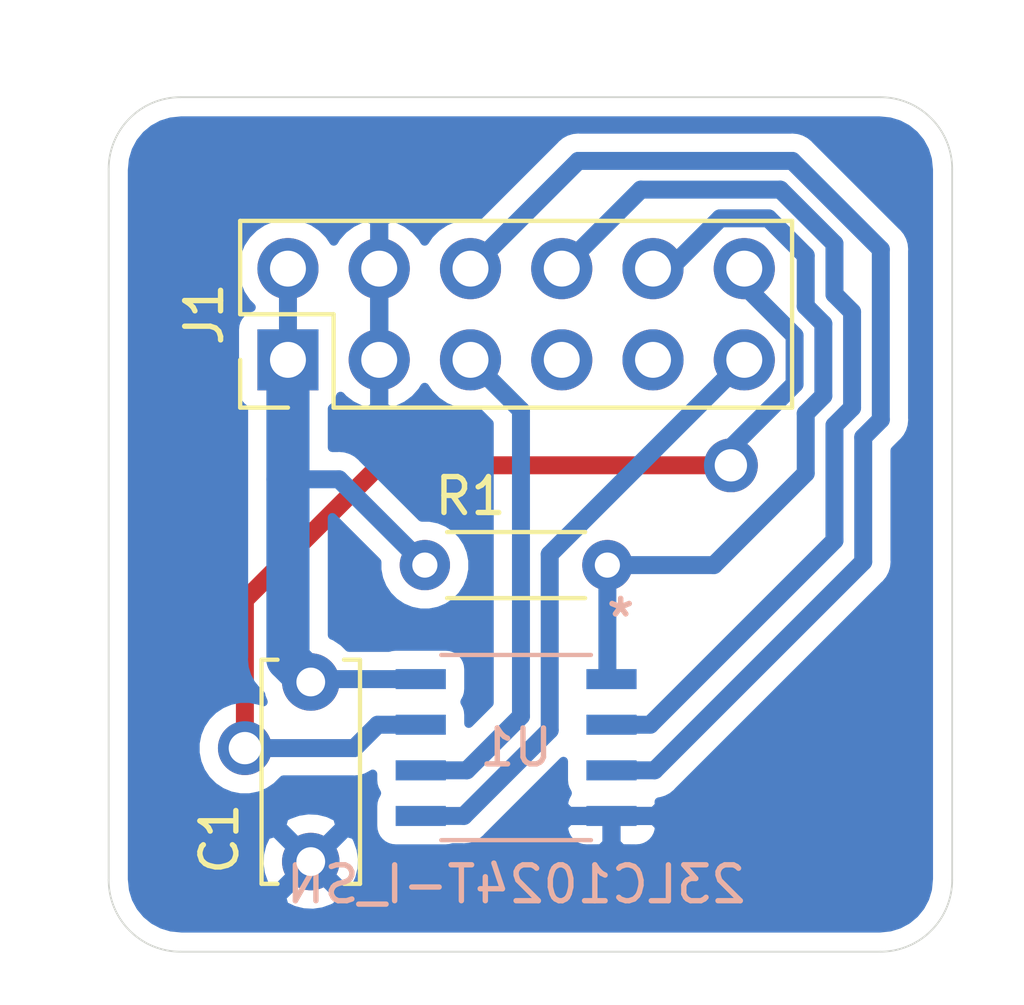
<source format=kicad_pcb>
(kicad_pcb (version 20171130) (host pcbnew "(5.1.8)-1")

  (general
    (thickness 1.6)
    (drawings 8)
    (tracks 61)
    (zones 0)
    (modules 4)
    (nets 11)
  )

  (page A4)
  (layers
    (0 F.Cu signal)
    (31 B.Cu signal)
    (32 B.Adhes user)
    (33 F.Adhes user)
    (34 B.Paste user)
    (35 F.Paste user)
    (36 B.SilkS user)
    (37 F.SilkS user)
    (38 B.Mask user)
    (39 F.Mask user)
    (40 Dwgs.User user)
    (41 Cmts.User user)
    (42 Eco1.User user)
    (43 Eco2.User user)
    (44 Edge.Cuts user)
    (45 Margin user)
    (46 B.CrtYd user)
    (47 F.CrtYd user)
    (48 B.Fab user)
    (49 F.Fab user)
  )

  (setup
    (last_trace_width 0.24)
    (user_trace_width 0.24)
    (user_trace_width 0.5)
    (user_trace_width 1.2)
    (trace_clearance 0.3)
    (zone_clearance 0.508)
    (zone_45_only no)
    (trace_min 0.2)
    (via_size 1.5)
    (via_drill 0.9)
    (via_min_size 0.4)
    (via_min_drill 0.3)
    (uvia_size 0.3)
    (uvia_drill 0.1)
    (uvias_allowed no)
    (uvia_min_size 0.2)
    (uvia_min_drill 0.1)
    (edge_width 0.05)
    (segment_width 0.2)
    (pcb_text_width 0.3)
    (pcb_text_size 1.5 1.5)
    (mod_edge_width 0.12)
    (mod_text_size 1 1)
    (mod_text_width 0.15)
    (pad_size 1.397 0.5588)
    (pad_drill 0)
    (pad_to_mask_clearance 0)
    (aux_axis_origin 42.545 50.4825)
    (visible_elements 7FFFFFFF)
    (pcbplotparams
      (layerselection 0x01000_fffffffe)
      (usegerberextensions false)
      (usegerberattributes true)
      (usegerberadvancedattributes true)
      (creategerberjobfile true)
      (excludeedgelayer true)
      (linewidth 0.100000)
      (plotframeref false)
      (viasonmask false)
      (mode 1)
      (useauxorigin true)
      (hpglpennumber 1)
      (hpglpenspeed 20)
      (hpglpendiameter 15.000000)
      (psnegative false)
      (psa4output false)
      (plotreference true)
      (plotvalue true)
      (plotinvisibletext false)
      (padsonsilk false)
      (subtractmaskfromsilk false)
      (outputformat 1)
      (mirror false)
      (drillshape 0)
      (scaleselection 1)
      (outputdirectory "gerber_files/"))
  )

  (net 0 "")
  (net 1 "Net-(J1-Pad9)")
  (net 2 "Net-(J1-Pad7)")
  (net 3 GND)
  (net 4 +3V3)
  (net 5 /CS)
  (net 6 /SI03)
  (net 7 /SIO0)
  (net 8 /SIO1)
  (net 9 /SIO2)
  (net 10 /SCK)

  (net_class Default "This is the default net class."
    (clearance 0.3)
    (trace_width 0.5)
    (via_dia 1.5)
    (via_drill 0.9)
    (uvia_dia 0.3)
    (uvia_drill 0.1)
    (add_net +3V3)
    (add_net /CS)
    (add_net /SCK)
    (add_net /SI03)
    (add_net /SIO0)
    (add_net /SIO1)
    (add_net /SIO2)
    (add_net GND)
    (add_net "Net-(J1-Pad7)")
    (add_net "Net-(J1-Pad9)")
  )

  (net_class Finoli ""
    (clearance 0.24)
    (trace_width 0.25)
    (via_dia 0.8)
    (via_drill 0.4)
    (uvia_dia 0.3)
    (uvia_drill 0.1)
  )

  (net_class "Power Rails" ""
    (clearance 0.3)
    (trace_width 1.2)
    (via_dia 1.5)
    (via_drill 0.9)
    (uvia_dia 0.3)
    (uvia_drill 0.1)
  )

  (module 2021-10-18_19-38-51:23LC1024T-I-SN (layer B.Cu) (tedit 616EB7BC) (tstamp 616E3397)
    (at 53.84 44.815 180)
    (path /616DD47C)
    (fp_text reference U1 (at 0 0) (layer B.SilkS)
      (effects (font (size 1 1) (thickness 0.15)) (justify mirror))
    )
    (fp_text value 23LC1024T-I_SN (at 0 -3.81) (layer B.SilkS)
      (effects (font (size 1 1) (thickness 0.15)) (justify mirror))
    )
    (fp_line (start -1.9558 1.651) (end -1.9558 2.159) (layer B.Fab) (width 0.1))
    (fp_line (start -1.9558 2.159) (end -2.9972 2.159) (layer B.Fab) (width 0.1))
    (fp_line (start -2.9972 2.159) (end -2.9972 1.651) (layer B.Fab) (width 0.1))
    (fp_line (start -2.9972 1.651) (end -1.9558 1.651) (layer B.Fab) (width 0.1))
    (fp_line (start -1.9558 0.381) (end -1.9558 0.889) (layer B.Fab) (width 0.1))
    (fp_line (start -1.9558 0.889) (end -2.9972 0.889) (layer B.Fab) (width 0.1))
    (fp_line (start -2.9972 0.889) (end -2.9972 0.381) (layer B.Fab) (width 0.1))
    (fp_line (start -2.9972 0.381) (end -1.9558 0.381) (layer B.Fab) (width 0.1))
    (fp_line (start -1.9558 -0.889) (end -1.9558 -0.381) (layer B.Fab) (width 0.1))
    (fp_line (start -1.9558 -0.381) (end -2.9972 -0.381) (layer B.Fab) (width 0.1))
    (fp_line (start -2.9972 -0.381) (end -2.9972 -0.889) (layer B.Fab) (width 0.1))
    (fp_line (start -2.9972 -0.889) (end -1.9558 -0.889) (layer B.Fab) (width 0.1))
    (fp_line (start -1.9558 -2.159) (end -1.9558 -1.651) (layer B.Fab) (width 0.1))
    (fp_line (start -1.9558 -1.651) (end -2.9972 -1.651) (layer B.Fab) (width 0.1))
    (fp_line (start -2.9972 -1.651) (end -2.9972 -2.159) (layer B.Fab) (width 0.1))
    (fp_line (start -2.9972 -2.159) (end -1.9558 -2.159) (layer B.Fab) (width 0.1))
    (fp_line (start 1.9558 -1.651) (end 1.9558 -2.159) (layer B.Fab) (width 0.1))
    (fp_line (start 1.9558 -2.159) (end 2.9972 -2.159) (layer B.Fab) (width 0.1))
    (fp_line (start 2.9972 -2.159) (end 2.9972 -1.651) (layer B.Fab) (width 0.1))
    (fp_line (start 2.9972 -1.651) (end 1.9558 -1.651) (layer B.Fab) (width 0.1))
    (fp_line (start 1.9558 -0.381) (end 1.9558 -0.889) (layer B.Fab) (width 0.1))
    (fp_line (start 1.9558 -0.889) (end 2.9972 -0.889) (layer B.Fab) (width 0.1))
    (fp_line (start 2.9972 -0.889) (end 2.9972 -0.381) (layer B.Fab) (width 0.1))
    (fp_line (start 2.9972 -0.381) (end 1.9558 -0.381) (layer B.Fab) (width 0.1))
    (fp_line (start 1.9558 0.889) (end 1.9558 0.381) (layer B.Fab) (width 0.1))
    (fp_line (start 1.9558 0.381) (end 2.9972 0.381) (layer B.Fab) (width 0.1))
    (fp_line (start 2.9972 0.381) (end 2.9972 0.889) (layer B.Fab) (width 0.1))
    (fp_line (start 2.9972 0.889) (end 1.9558 0.889) (layer B.Fab) (width 0.1))
    (fp_line (start 1.9558 2.159) (end 1.9558 1.651) (layer B.Fab) (width 0.1))
    (fp_line (start 1.9558 1.651) (end 2.9972 1.651) (layer B.Fab) (width 0.1))
    (fp_line (start 2.9972 1.651) (end 2.9972 2.159) (layer B.Fab) (width 0.1))
    (fp_line (start 2.9972 2.159) (end 1.9558 2.159) (layer B.Fab) (width 0.1))
    (fp_line (start -2.0828 -2.5781) (end 2.0828 -2.5781) (layer B.SilkS) (width 0.12))
    (fp_line (start 2.0828 2.5781) (end -2.0828 2.5781) (layer B.SilkS) (width 0.12))
    (fp_line (start -1.9558 -2.4511) (end 1.9558 -2.4511) (layer B.Fab) (width 0.1))
    (fp_line (start 1.9558 -2.4511) (end 1.9558 2.4511) (layer B.Fab) (width 0.1))
    (fp_line (start 1.9558 2.4511) (end -1.9558 2.4511) (layer B.Fab) (width 0.1))
    (fp_line (start -1.9558 2.4511) (end -1.9558 -2.4511) (layer B.Fab) (width 0.1))
    (fp_line (start -3.6068 -2.4384) (end -3.6068 2.4384) (layer B.CrtYd) (width 0.05))
    (fp_line (start -3.6068 2.4384) (end -2.2098 2.4384) (layer B.CrtYd) (width 0.05))
    (fp_line (start -2.2098 2.4384) (end -2.2098 2.7051) (layer B.CrtYd) (width 0.05))
    (fp_line (start -2.2098 2.7051) (end 2.2098 2.7051) (layer B.CrtYd) (width 0.05))
    (fp_line (start 2.2098 2.7051) (end 2.2098 2.4384) (layer B.CrtYd) (width 0.05))
    (fp_line (start 2.2098 2.4384) (end 3.6068 2.4384) (layer B.CrtYd) (width 0.05))
    (fp_line (start 3.6068 2.4384) (end 3.6068 -2.4384) (layer B.CrtYd) (width 0.05))
    (fp_line (start 3.6068 -2.4384) (end 2.2098 -2.4384) (layer B.CrtYd) (width 0.05))
    (fp_line (start 2.2098 -2.4384) (end 2.2098 -2.7051) (layer B.CrtYd) (width 0.05))
    (fp_line (start 2.2098 -2.7051) (end -2.2098 -2.7051) (layer B.CrtYd) (width 0.05))
    (fp_line (start -2.2098 -2.7051) (end -2.2098 -2.4384) (layer B.CrtYd) (width 0.05))
    (fp_line (start -2.2098 -2.4384) (end -3.6068 -2.4384) (layer B.CrtYd) (width 0.05))
    (fp_text user "Copyright 2021 Accelerated Designs. All rights reserved." (at 0 0) (layer Cmts.User)
      (effects (font (size 0.127 0.127) (thickness 0.002)))
    )
    (fp_text user * (at -2.9083 3.6068) (layer B.SilkS)
      (effects (font (size 1 1) (thickness 0.15)) (justify mirror))
    )
    (fp_text user * (at -1.5748 2.3749) (layer B.Fab)
      (effects (font (size 1 1) (thickness 0.15)) (justify mirror))
    )
    (fp_text user * (at -2.9083 3.6068) (layer B.SilkS)
      (effects (font (size 1 1) (thickness 0.15)) (justify mirror))
    )
    (fp_text user * (at -1.5748 2.3749) (layer B.Fab)
      (effects (font (size 1 1) (thickness 0.15)) (justify mirror))
    )
    (fp_arc (start 0 2.4511) (end -0.325967 2.4511) (angle 180) (layer B.CrtYd) (width 0.05))
    (fp_arc (start 0 2.4511) (end -0.3048 2.4511) (angle 180) (layer B.Fab) (width 0.1))
    (pad 1 smd rect (at -2.6543 1.905 180) (size 1.397 0.5588) (layers B.Cu B.Paste B.Mask)
      (net 5 /CS))
    (pad 2 smd rect (at -2.6543 0.635 180) (size 1.397 0.5588) (layers B.Cu B.Paste B.Mask)
      (net 8 /SIO1))
    (pad 3 smd rect (at -2.6543 -0.635 180) (size 1.397 0.5588) (layers B.Cu B.Paste B.Mask)
      (net 9 /SIO2))
    (pad 4 smd rect (at -2.6543 -1.905 180) (size 1.397 0.5588) (layers B.Cu B.Paste B.Mask)
      (net 3 GND))
    (pad 5 smd rect (at 2.6543 -1.905 180) (size 1.397 0.5588) (layers B.Cu B.Paste B.Mask)
      (net 7 /SIO0))
    (pad 6 smd rect (at 2.6543 -0.635 180) (size 1.397 0.5588) (layers B.Cu B.Paste B.Mask)
      (net 10 /SCK))
    (pad 7 smd rect (at 2.6543 0.635 180) (size 1.397 0.5588) (layers B.Cu B.Paste B.Mask)
      (net 6 /SI03))
    (pad 8 smd rect (at 2.6543 1.905 180) (size 1.397 0.5588) (layers B.Cu B.Paste B.Mask)
      (net 4 +3V3))
    (model ${KIPRJMOD}/Microchip_-_23LC1024T-I-SN.step
      (at (xyz 0 0 0))
      (scale (xyz 1 1 1))
      (rotate (xyz 0 0 0))
    )
  )

  (module Resistor_THT:R_Axial_DIN0204_L3.6mm_D1.6mm_P5.08mm_Horizontal (layer F.Cu) (tedit 5AE5139B) (tstamp 616E47F8)
    (at 51.3 39.735)
    (descr "Resistor, Axial_DIN0204 series, Axial, Horizontal, pin pitch=5.08mm, 0.167W, length*diameter=3.6*1.6mm^2, http://cdn-reichelt.de/documents/datenblatt/B400/1_4W%23YAG.pdf")
    (tags "Resistor Axial_DIN0204 series Axial Horizontal pin pitch 5.08mm 0.167W length 3.6mm diameter 1.6mm")
    (path /616F7416)
    (fp_text reference R1 (at 1.27 -1.92) (layer F.SilkS)
      (effects (font (size 1 1) (thickness 0.15)))
    )
    (fp_text value 1K (at 1.27 1.92) (layer F.Fab)
      (effects (font (size 1 1) (thickness 0.15)))
    )
    (fp_line (start 0.74 -0.8) (end 0.74 0.8) (layer F.Fab) (width 0.1))
    (fp_line (start 0.74 0.8) (end 4.34 0.8) (layer F.Fab) (width 0.1))
    (fp_line (start 4.34 0.8) (end 4.34 -0.8) (layer F.Fab) (width 0.1))
    (fp_line (start 4.34 -0.8) (end 0.74 -0.8) (layer F.Fab) (width 0.1))
    (fp_line (start 0 0) (end 0.74 0) (layer F.Fab) (width 0.1))
    (fp_line (start 5.08 0) (end 4.34 0) (layer F.Fab) (width 0.1))
    (fp_line (start 0.62 -0.92) (end 4.46 -0.92) (layer F.SilkS) (width 0.12))
    (fp_line (start 0.62 0.92) (end 4.46 0.92) (layer F.SilkS) (width 0.12))
    (fp_line (start -0.95 -1.05) (end -0.95 1.05) (layer F.CrtYd) (width 0.05))
    (fp_line (start -0.95 1.05) (end 6.03 1.05) (layer F.CrtYd) (width 0.05))
    (fp_line (start 6.03 1.05) (end 6.03 -1.05) (layer F.CrtYd) (width 0.05))
    (fp_line (start 6.03 -1.05) (end -0.95 -1.05) (layer F.CrtYd) (width 0.05))
    (fp_text user %R (at 1.27 -1.92) (layer F.Fab)
      (effects (font (size 1 1) (thickness 0.15)))
    )
    (pad 2 thru_hole oval (at 5.08 0) (size 1.4 1.4) (drill 0.7) (layers *.Cu *.Mask)
      (net 5 /CS))
    (pad 1 thru_hole circle (at 0 0) (size 1.4 1.4) (drill 0.7) (layers *.Cu *.Mask)
      (net 4 +3V3))
    (model ${KISYS3DMOD}/Resistor_THT.3dshapes/R_Axial_DIN0204_L3.6mm_D1.6mm_P5.08mm_Horizontal.wrl
      (at (xyz 0 0 0))
      (scale (xyz 1 1 1))
      (rotate (xyz 0 0 0))
    )
  )

  (module Capacitor_THT:C_Disc_D6.0mm_W2.5mm_P5.00mm (layer F.Cu) (tedit 5AE50EF0) (tstamp 616E4CE0)
    (at 48.125 47.99 90)
    (descr "C, Disc series, Radial, pin pitch=5.00mm, , diameter*width=6*2.5mm^2, Capacitor, http://cdn-reichelt.de/documents/datenblatt/B300/DS_KERKO_TC.pdf")
    (tags "C Disc series Radial pin pitch 5.00mm  diameter 6mm width 2.5mm Capacitor")
    (path /616F90FE)
    (fp_text reference C1 (at 0.635 -2.54 90) (layer F.SilkS)
      (effects (font (size 1 1) (thickness 0.15)))
    )
    (fp_text value 0.1uF (at 2.5 2.5 90) (layer F.Fab)
      (effects (font (size 1 1) (thickness 0.15)))
    )
    (fp_line (start 6.05 -1.5) (end -1.05 -1.5) (layer F.CrtYd) (width 0.05))
    (fp_line (start 6.05 1.5) (end 6.05 -1.5) (layer F.CrtYd) (width 0.05))
    (fp_line (start -1.05 1.5) (end 6.05 1.5) (layer F.CrtYd) (width 0.05))
    (fp_line (start -1.05 -1.5) (end -1.05 1.5) (layer F.CrtYd) (width 0.05))
    (fp_line (start 5.62 0.925) (end 5.62 1.37) (layer F.SilkS) (width 0.12))
    (fp_line (start 5.62 -1.37) (end 5.62 -0.925) (layer F.SilkS) (width 0.12))
    (fp_line (start -0.62 0.925) (end -0.62 1.37) (layer F.SilkS) (width 0.12))
    (fp_line (start -0.62 -1.37) (end -0.62 -0.925) (layer F.SilkS) (width 0.12))
    (fp_line (start -0.62 1.37) (end 5.62 1.37) (layer F.SilkS) (width 0.12))
    (fp_line (start -0.62 -1.37) (end 5.62 -1.37) (layer F.SilkS) (width 0.12))
    (fp_line (start 5.5 -1.25) (end -0.5 -1.25) (layer F.Fab) (width 0.1))
    (fp_line (start 5.5 1.25) (end 5.5 -1.25) (layer F.Fab) (width 0.1))
    (fp_line (start -0.5 1.25) (end 5.5 1.25) (layer F.Fab) (width 0.1))
    (fp_line (start -0.5 -1.25) (end -0.5 1.25) (layer F.Fab) (width 0.1))
    (fp_text user %R (at 2.5 0 270) (layer F.Fab)
      (effects (font (size 1 1) (thickness 0.15)))
    )
    (pad 2 thru_hole circle (at 5 0 90) (size 1.6 1.6) (drill 0.8) (layers *.Cu *.Mask)
      (net 4 +3V3))
    (pad 1 thru_hole circle (at 0 0 90) (size 1.6 1.6) (drill 0.8) (layers *.Cu *.Mask)
      (net 3 GND))
    (model ${KISYS3DMOD}/Capacitor_THT.3dshapes/C_Disc_D6.0mm_W2.5mm_P5.00mm.wrl
      (at (xyz 0 0 0))
      (scale (xyz 1 1 1))
      (rotate (xyz 0 0 0))
    )
  )

  (module Connector_PinHeader_2.54mm:PinHeader_2x06_P2.54mm_Vertical (layer F.Cu) (tedit 59FED5CC) (tstamp 616E3E18)
    (at 47.49 34.02 90)
    (descr "Through hole straight pin header, 2x06, 2.54mm pitch, double rows")
    (tags "Through hole pin header THT 2x06 2.54mm double row")
    (path /616EA437)
    (fp_text reference J1 (at 1.27 -2.33 90) (layer F.SilkS)
      (effects (font (size 1 1) (thickness 0.15)))
    )
    (fp_text value Conn_02x06_Odd_Even (at 6.35 6.35 180) (layer F.Fab)
      (effects (font (size 1 1) (thickness 0.15)))
    )
    (fp_line (start 4.35 -1.8) (end -1.8 -1.8) (layer F.CrtYd) (width 0.05))
    (fp_line (start 4.35 14.5) (end 4.35 -1.8) (layer F.CrtYd) (width 0.05))
    (fp_line (start -1.8 14.5) (end 4.35 14.5) (layer F.CrtYd) (width 0.05))
    (fp_line (start -1.8 -1.8) (end -1.8 14.5) (layer F.CrtYd) (width 0.05))
    (fp_line (start -1.33 -1.33) (end 0 -1.33) (layer F.SilkS) (width 0.12))
    (fp_line (start -1.33 0) (end -1.33 -1.33) (layer F.SilkS) (width 0.12))
    (fp_line (start 1.27 -1.33) (end 3.87 -1.33) (layer F.SilkS) (width 0.12))
    (fp_line (start 1.27 1.27) (end 1.27 -1.33) (layer F.SilkS) (width 0.12))
    (fp_line (start -1.33 1.27) (end 1.27 1.27) (layer F.SilkS) (width 0.12))
    (fp_line (start 3.87 -1.33) (end 3.87 14.03) (layer F.SilkS) (width 0.12))
    (fp_line (start -1.33 1.27) (end -1.33 14.03) (layer F.SilkS) (width 0.12))
    (fp_line (start -1.33 14.03) (end 3.87 14.03) (layer F.SilkS) (width 0.12))
    (fp_line (start -1.27 0) (end 0 -1.27) (layer F.Fab) (width 0.1))
    (fp_line (start -1.27 13.97) (end -1.27 0) (layer F.Fab) (width 0.1))
    (fp_line (start 3.81 13.97) (end -1.27 13.97) (layer F.Fab) (width 0.1))
    (fp_line (start 3.81 -1.27) (end 3.81 13.97) (layer F.Fab) (width 0.1))
    (fp_line (start 0 -1.27) (end 3.81 -1.27) (layer F.Fab) (width 0.1))
    (fp_text user %R (at 1.27 6.35) (layer F.Fab)
      (effects (font (size 1 1) (thickness 0.15)))
    )
    (pad 12 thru_hole oval (at 2.54 12.7 90) (size 1.7 1.7) (drill 1) (layers *.Cu *.Mask)
      (net 6 /SI03))
    (pad 11 thru_hole oval (at 0 12.7 90) (size 1.7 1.7) (drill 1) (layers *.Cu *.Mask)
      (net 7 /SIO0))
    (pad 10 thru_hole oval (at 2.54 10.16 90) (size 1.7 1.7) (drill 1) (layers *.Cu *.Mask)
      (net 5 /CS))
    (pad 9 thru_hole oval (at 0 10.16 90) (size 1.7 1.7) (drill 1) (layers *.Cu *.Mask)
      (net 1 "Net-(J1-Pad9)"))
    (pad 8 thru_hole oval (at 2.54 7.62 90) (size 1.7 1.7) (drill 1) (layers *.Cu *.Mask)
      (net 8 /SIO1))
    (pad 7 thru_hole oval (at 0 7.62 90) (size 1.7 1.7) (drill 1) (layers *.Cu *.Mask)
      (net 2 "Net-(J1-Pad7)"))
    (pad 6 thru_hole oval (at 2.54 5.08 90) (size 1.7 1.7) (drill 1) (layers *.Cu *.Mask)
      (net 9 /SIO2))
    (pad 5 thru_hole oval (at 0 5.08 90) (size 1.7 1.7) (drill 1) (layers *.Cu *.Mask)
      (net 10 /SCK))
    (pad 4 thru_hole oval (at 2.54 2.54 90) (size 1.7 1.7) (drill 1) (layers *.Cu *.Mask)
      (net 3 GND))
    (pad 3 thru_hole oval (at 0 2.54 90) (size 1.7 1.7) (drill 1) (layers *.Cu *.Mask)
      (net 3 GND))
    (pad 2 thru_hole oval (at 2.54 0 90) (size 1.7 1.7) (drill 1) (layers *.Cu *.Mask)
      (net 4 +3V3))
    (pad 1 thru_hole rect (at 0 0 90) (size 1.7 1.7) (drill 1) (layers *.Cu *.Mask)
      (net 4 +3V3))
    (model ${KISYS3DMOD}/Connector_PinHeader_2.54mm.3dshapes/PinHeader_2x06_P2.54mm_Vertical.wrl
      (at (xyz 0 0 0))
      (scale (xyz 1 1 1))
      (rotate (xyz 0 0 0))
    )
  )

  (gr_line (start 42.5 48.5) (end 42.5 28.7065) (layer Edge.Cuts) (width 0.05) (tstamp 616E6A28))
  (gr_line (start 63.976 50.5) (end 44.5 50.5) (layer Edge.Cuts) (width 0.05) (tstamp 616F406B))
  (gr_line (start 65.976 48.5) (end 65.976 28.7065) (layer Edge.Cuts) (width 0.05) (tstamp 616F4074))
  (gr_line (start 44.5 26.7065) (end 63.976 26.7065) (layer Edge.Cuts) (width 0.05) (tstamp 616F4077))
  (gr_arc (start 44.5 48.5) (end 42.5 48.5) (angle -90) (layer Edge.Cuts) (width 0.05))
  (gr_arc (start 63.976 48.5) (end 63.976 50.5) (angle -90) (layer Edge.Cuts) (width 0.05) (tstamp 616F406E))
  (gr_arc (start 63.976 28.7065) (end 65.976 28.7065) (angle -90) (layer Edge.Cuts) (width 0.05) (tstamp 616F4071))
  (gr_arc (start 44.5 28.7065) (end 44.5 26.7065) (angle -90) (layer Edge.Cuts) (width 0.05))

  (segment (start 50.03 34.02) (end 50.03 31.48) (width 0.5) (layer B.Cu) (net 3))
  (segment (start 47.49 42.355) (end 48.125 42.99) (width 1.2) (layer B.Cu) (net 4))
  (segment (start 48.911 37.346) (end 51.3 39.735) (width 0.5) (layer B.Cu) (net 4))
  (segment (start 47.49 37.346) (end 48.911 37.346) (width 0.5) (layer B.Cu) (net 4))
  (segment (start 47.49 34.02) (end 47.49 37.346) (width 1.2) (layer B.Cu) (net 4))
  (segment (start 47.49 37.346) (end 47.49 42.355) (width 1.2) (layer B.Cu) (net 4))
  (segment (start 48.205 42.91) (end 48.125 42.99) (width 0.5) (layer B.Cu) (net 4))
  (segment (start 51.1857 42.91) (end 48.205 42.91) (width 0.5) (layer B.Cu) (net 4))
  (segment (start 47.49 34.02) (end 47.49 31.48) (width 0.5) (layer B.Cu) (net 4))
  (segment (start 56.38 42.7957) (end 56.4943 42.91) (width 0.5) (layer B.Cu) (net 5))
  (segment (start 56.38 39.735) (end 56.38 42.7957) (width 0.5) (layer B.Cu) (net 5))
  (segment (start 60.862001 30.079999) (end 59.517999 30.079999) (width 0.5) (layer B.Cu) (net 5))
  (segment (start 59.517999 30.079999) (end 58.117998 31.48) (width 0.5) (layer B.Cu) (net 5))
  (segment (start 62.390009 33.016621) (end 61.899978 32.52659) (width 0.5) (layer B.Cu) (net 5))
  (segment (start 58.117998 31.48) (end 57.65 31.48) (width 0.5) (layer B.Cu) (net 5))
  (segment (start 61.899978 31.117976) (end 60.862001 30.079999) (width 0.5) (layer B.Cu) (net 5))
  (segment (start 61.899978 32.52659) (end 61.899978 31.117976) (width 0.5) (layer B.Cu) (net 5))
  (segment (start 62.390009 35.023379) (end 62.390009 33.016621) (width 0.5) (layer B.Cu) (net 5))
  (segment (start 61.899978 35.51341) (end 62.390009 35.023379) (width 0.5) (layer B.Cu) (net 5))
  (segment (start 61.899978 37.179024) (end 61.899978 35.51341) (width 0.5) (layer B.Cu) (net 5))
  (segment (start 59.344002 39.735) (end 61.899978 37.179024) (width 0.5) (layer B.Cu) (net 5))
  (segment (start 56.38 39.735) (end 59.344002 39.735) (width 0.5) (layer B.Cu) (net 5))
  (via (at 46.2915 44.831) (size 1.5) (drill 0.9) (layers F.Cu B.Cu) (net 6))
  (segment (start 51.1857 44.18) (end 49.9872 44.18) (width 0.5) (layer B.Cu) (net 6))
  (segment (start 49.9872 44.18) (end 49.3362 44.831) (width 0.5) (layer B.Cu) (net 6))
  (segment (start 49.3362 44.831) (end 46.2915 44.831) (width 0.5) (layer B.Cu) (net 6))
  (via (at 59.817004 36.957) (size 1.5) (drill 0.9) (layers F.Cu B.Cu) (net 6))
  (segment (start 46.2915 44.831) (end 46.2915 40.7035) (width 0.5) (layer F.Cu) (net 6))
  (segment (start 46.2915 40.7035) (end 50.038 36.957) (width 0.5) (layer F.Cu) (net 6))
  (segment (start 50.038 36.957) (end 59.817004 36.957) (width 0.5) (layer F.Cu) (net 6))
  (segment (start 60.19 31.48) (end 60.19 31.947998) (width 0.5) (layer B.Cu) (net 6))
  (segment (start 59.817004 36.464998) (end 59.817004 36.957) (width 0.5) (layer B.Cu) (net 6))
  (segment (start 61.590001 34.692001) (end 59.817004 36.464998) (width 0.5) (layer B.Cu) (net 6))
  (segment (start 60.19 31.947998) (end 61.590001 33.347999) (width 0.5) (layer B.Cu) (net 6))
  (segment (start 61.590001 33.347999) (end 61.590001 34.692001) (width 0.5) (layer B.Cu) (net 6))
  (segment (start 51.1857 46.72) (end 52.3842 46.72) (width 0.5) (layer B.Cu) (net 7))
  (segment (start 52.3842 46.72) (end 54.775011 44.329189) (width 0.5) (layer B.Cu) (net 7))
  (segment (start 54.775011 44.329189) (end 54.775011 39.434989) (width 0.5) (layer B.Cu) (net 7))
  (segment (start 54.775011 39.434989) (end 60.19 34.02) (width 0.5) (layer B.Cu) (net 7))
  (segment (start 57.310012 29.279988) (end 55.11 31.48) (width 0.5) (layer B.Cu) (net 8))
  (segment (start 61.193376 29.279988) (end 57.310012 29.279988) (width 0.5) (layer B.Cu) (net 8))
  (segment (start 62.699988 30.7866) (end 61.193376 29.279988) (width 0.5) (layer B.Cu) (net 8))
  (segment (start 62.699989 35.844785) (end 63.19002 35.354754) (width 0.5) (layer B.Cu) (net 8))
  (segment (start 62.699989 32.195215) (end 62.699988 30.7866) (width 0.5) (layer B.Cu) (net 8))
  (segment (start 57.571414 44.18) (end 62.699989 39.051425) (width 0.5) (layer B.Cu) (net 8))
  (segment (start 63.190019 32.685245) (end 62.699989 32.195215) (width 0.5) (layer B.Cu) (net 8))
  (segment (start 56.4943 44.18) (end 57.571414 44.18) (width 0.5) (layer B.Cu) (net 8))
  (segment (start 62.699989 39.051425) (end 62.699989 35.844785) (width 0.5) (layer B.Cu) (net 8))
  (segment (start 63.19002 35.354754) (end 63.190019 32.685245) (width 0.5) (layer B.Cu) (net 8))
  (segment (start 61.524751 28.479977) (end 55.570023 28.479977) (width 0.5) (layer B.Cu) (net 9))
  (segment (start 63.990033 35.686125) (end 63.990033 30.945259) (width 0.5) (layer B.Cu) (net 9))
  (segment (start 63.5 36.17616) (end 63.990033 35.686125) (width 0.5) (layer B.Cu) (net 9))
  (segment (start 56.4943 45.45) (end 57.6928 45.45) (width 0.5) (layer B.Cu) (net 9))
  (segment (start 63.990033 30.945259) (end 61.524751 28.479977) (width 0.5) (layer B.Cu) (net 9))
  (segment (start 63.5 39.6428) (end 63.5 36.17616) (width 0.5) (layer B.Cu) (net 9))
  (segment (start 57.6928 45.45) (end 63.5 39.6428) (width 0.5) (layer B.Cu) (net 9))
  (segment (start 55.570023 28.479977) (end 52.57 31.48) (width 0.5) (layer B.Cu) (net 9))
  (segment (start 52.466801 45.45) (end 51.1857 45.45) (width 0.5) (layer B.Cu) (net 10))
  (segment (start 53.975 43.941801) (end 52.466801 45.45) (width 0.5) (layer B.Cu) (net 10))
  (segment (start 53.975 35.425) (end 53.975 43.941801) (width 0.5) (layer B.Cu) (net 10))
  (segment (start 52.57 34.02) (end 53.975 35.425) (width 0.5) (layer B.Cu) (net 10))

  (zone (net 3) (net_name GND) (layer B.Cu) (tstamp 616F446A) (hatch edge 0.508)
    (connect_pads (clearance 0.508))
    (min_thickness 0.254)
    (fill yes (arc_segments 32) (thermal_gap 0.508) (thermal_bridge_width 0.508))
    (polygon
      (pts
        (xy 67.976 52) (xy 39.476 52) (xy 39.476 24) (xy 67.976 24)
      )
    )
    (filled_polygon
      (pts
        (xy 64.235659 27.395125) (xy 64.485429 27.470535) (xy 64.715792 27.593022) (xy 64.91798 27.757922) (xy 65.084286 27.95895)
        (xy 65.208378 28.188454) (xy 65.285531 28.437695) (xy 65.316001 28.727598) (xy 65.316 48.467721) (xy 65.287375 48.75966)
        (xy 65.211965 49.009429) (xy 65.089477 49.239794) (xy 64.924579 49.441979) (xy 64.723546 49.608288) (xy 64.494046 49.732378)
        (xy 64.244805 49.809531) (xy 63.954911 49.84) (xy 44.532279 49.84) (xy 44.24034 49.811375) (xy 43.990571 49.735965)
        (xy 43.760206 49.613477) (xy 43.558021 49.448579) (xy 43.391712 49.247546) (xy 43.267622 49.018046) (xy 43.256682 48.982702)
        (xy 47.311903 48.982702) (xy 47.383486 49.226671) (xy 47.638996 49.347571) (xy 47.913184 49.4163) (xy 48.195512 49.430217)
        (xy 48.47513 49.388787) (xy 48.741292 49.293603) (xy 48.866514 49.226671) (xy 48.938097 48.982702) (xy 48.125 48.169605)
        (xy 47.311903 48.982702) (xy 43.256682 48.982702) (xy 43.190469 48.768805) (xy 43.16 48.478911) (xy 43.16 48.060512)
        (xy 46.684783 48.060512) (xy 46.726213 48.34013) (xy 46.821397 48.606292) (xy 46.888329 48.731514) (xy 47.132298 48.803097)
        (xy 47.945395 47.99) (xy 48.304605 47.99) (xy 49.117702 48.803097) (xy 49.361671 48.731514) (xy 49.482571 48.476004)
        (xy 49.5513 48.201816) (xy 49.565217 47.919488) (xy 49.523787 47.63987) (xy 49.428603 47.373708) (xy 49.361671 47.248486)
        (xy 49.117702 47.176903) (xy 48.304605 47.99) (xy 47.945395 47.99) (xy 47.132298 47.176903) (xy 46.888329 47.248486)
        (xy 46.767429 47.503996) (xy 46.6987 47.778184) (xy 46.684783 48.060512) (xy 43.16 48.060512) (xy 43.16 46.997298)
        (xy 47.311903 46.997298) (xy 48.125 47.810395) (xy 48.938097 46.997298) (xy 48.866514 46.753329) (xy 48.611004 46.632429)
        (xy 48.336816 46.5637) (xy 48.054488 46.549783) (xy 47.77487 46.591213) (xy 47.508708 46.686397) (xy 47.383486 46.753329)
        (xy 47.311903 46.997298) (xy 43.16 46.997298) (xy 43.16 44.694589) (xy 44.9065 44.694589) (xy 44.9065 44.967411)
        (xy 44.959725 45.234989) (xy 45.064129 45.487043) (xy 45.215701 45.713886) (xy 45.408614 45.906799) (xy 45.635457 46.058371)
        (xy 45.887511 46.162775) (xy 46.155089 46.216) (xy 46.427911 46.216) (xy 46.695489 46.162775) (xy 46.947543 46.058371)
        (xy 47.174386 45.906799) (xy 47.365185 45.716) (xy 49.292731 45.716) (xy 49.3362 45.720281) (xy 49.379669 45.716)
        (xy 49.379677 45.716) (xy 49.50969 45.703195) (xy 49.676513 45.652589) (xy 49.830259 45.570411) (xy 49.849128 45.554925)
        (xy 49.849128 45.7294) (xy 49.861388 45.853882) (xy 49.897698 45.97358) (xy 49.956663 46.083894) (xy 49.957571 46.085)
        (xy 49.956663 46.086106) (xy 49.897698 46.19642) (xy 49.861388 46.316118) (xy 49.849128 46.4406) (xy 49.849128 46.9994)
        (xy 49.861388 47.123882) (xy 49.897698 47.24358) (xy 49.956663 47.353894) (xy 50.036015 47.450585) (xy 50.132706 47.529937)
        (xy 50.24302 47.588902) (xy 50.362718 47.625212) (xy 50.4872 47.637472) (xy 51.8842 47.637472) (xy 52.008682 47.625212)
        (xy 52.075312 47.605) (xy 52.340731 47.605) (xy 52.3842 47.609281) (xy 52.427669 47.605) (xy 52.427677 47.605)
        (xy 52.55769 47.592195) (xy 52.724513 47.541589) (xy 52.878259 47.459411) (xy 53.013017 47.348817) (xy 53.040734 47.315044)
        (xy 53.350028 47.00575) (xy 55.1608 47.00575) (xy 55.17038 47.125837) (xy 55.207064 47.245421) (xy 55.266373 47.35555)
        (xy 55.346027 47.451993) (xy 55.442966 47.531043) (xy 55.553464 47.589662) (xy 55.673275 47.625598) (xy 55.797794 47.637469)
        (xy 56.20855 47.6344) (xy 56.3673 47.47565) (xy 56.3673 46.847) (xy 56.6213 46.847) (xy 56.6213 47.47565)
        (xy 56.78005 47.6344) (xy 57.190806 47.637469) (xy 57.315325 47.625598) (xy 57.435136 47.589662) (xy 57.545634 47.531043)
        (xy 57.642573 47.451993) (xy 57.722227 47.35555) (xy 57.781536 47.245421) (xy 57.81822 47.125837) (xy 57.8278 47.00575)
        (xy 57.66905 46.847) (xy 56.6213 46.847) (xy 56.3673 46.847) (xy 55.31955 46.847) (xy 55.1608 47.00575)
        (xy 53.350028 47.00575) (xy 55.157728 45.198051) (xy 55.157728 45.7294) (xy 55.169988 45.853882) (xy 55.206298 45.97358)
        (xy 55.265263 46.083894) (xy 55.266114 46.084931) (xy 55.207064 46.194579) (xy 55.17038 46.314163) (xy 55.1608 46.43425)
        (xy 55.31955 46.593) (xy 56.3673 46.593) (xy 56.3673 46.573) (xy 56.6213 46.573) (xy 56.6213 46.593)
        (xy 57.66905 46.593) (xy 57.8278 46.43425) (xy 57.819231 46.32683) (xy 57.86629 46.322195) (xy 58.033113 46.271589)
        (xy 58.186859 46.189411) (xy 58.321617 46.078817) (xy 58.349334 46.045044) (xy 64.095051 40.299328) (xy 64.128817 40.271617)
        (xy 64.239411 40.136859) (xy 64.321589 39.983113) (xy 64.372195 39.81629) (xy 64.385 39.686277) (xy 64.385 39.686269)
        (xy 64.389281 39.6428) (xy 64.385 39.599331) (xy 64.385 36.542737) (xy 64.585079 36.342657) (xy 64.61885 36.314942)
        (xy 64.729444 36.180184) (xy 64.811622 36.026438) (xy 64.862228 35.859615) (xy 64.875033 35.729602) (xy 64.875033 35.729592)
        (xy 64.879314 35.686123) (xy 64.875033 35.642657) (xy 64.875033 30.988724) (xy 64.879314 30.945258) (xy 64.875033 30.901792)
        (xy 64.875033 30.901782) (xy 64.862228 30.771769) (xy 64.811622 30.604946) (xy 64.729444 30.4512) (xy 64.672991 30.382412)
        (xy 64.646565 30.350212) (xy 64.646563 30.35021) (xy 64.61885 30.316442) (xy 64.585082 30.288729) (xy 62.181285 27.884933)
        (xy 62.153568 27.85116) (xy 62.01881 27.740566) (xy 61.865064 27.658388) (xy 61.698241 27.607782) (xy 61.568228 27.594977)
        (xy 61.56822 27.594977) (xy 61.524751 27.590696) (xy 61.481282 27.594977) (xy 55.613488 27.594977) (xy 55.570022 27.590696)
        (xy 55.526556 27.594977) (xy 55.526546 27.594977) (xy 55.396533 27.607782) (xy 55.22971 27.658388) (xy 55.075964 27.740566)
        (xy 55.075962 27.740567) (xy 55.075963 27.740567) (xy 54.974976 27.823445) (xy 54.974974 27.823447) (xy 54.941206 27.85116)
        (xy 54.913493 27.884928) (xy 52.788961 30.009461) (xy 52.71626 29.995) (xy 52.42374 29.995) (xy 52.136842 30.052068)
        (xy 51.866589 30.16401) (xy 51.623368 30.326525) (xy 51.416525 30.533368) (xy 51.294805 30.715534) (xy 51.225178 30.598645)
        (xy 51.030269 30.382412) (xy 50.79692 30.208359) (xy 50.534099 30.083175) (xy 50.38689 30.038524) (xy 50.157 30.159845)
        (xy 50.157 31.353) (xy 50.177 31.353) (xy 50.177 31.607) (xy 50.157 31.607) (xy 50.157 33.893)
        (xy 50.177 33.893) (xy 50.177 34.147) (xy 50.157 34.147) (xy 50.157 35.340155) (xy 50.38689 35.461476)
        (xy 50.534099 35.416825) (xy 50.79692 35.291641) (xy 51.030269 35.117588) (xy 51.225178 34.901355) (xy 51.294805 34.784466)
        (xy 51.416525 34.966632) (xy 51.623368 35.173475) (xy 51.866589 35.33599) (xy 52.136842 35.447932) (xy 52.42374 35.505)
        (xy 52.71626 35.505) (xy 52.78896 35.490539) (xy 53.09 35.791579) (xy 53.090001 43.575221) (xy 52.522272 44.142951)
        (xy 52.522272 43.9006) (xy 52.510012 43.776118) (xy 52.473702 43.65642) (xy 52.414737 43.546106) (xy 52.413829 43.545)
        (xy 52.414737 43.543894) (xy 52.473702 43.43358) (xy 52.510012 43.313882) (xy 52.522272 43.1894) (xy 52.522272 42.6306)
        (xy 52.510012 42.506118) (xy 52.473702 42.38642) (xy 52.414737 42.276106) (xy 52.335385 42.179415) (xy 52.238694 42.100063)
        (xy 52.12838 42.041098) (xy 52.008682 42.004788) (xy 51.8842 41.992528) (xy 50.4872 41.992528) (xy 50.362718 42.004788)
        (xy 50.296088 42.025) (xy 49.189396 42.025) (xy 49.039759 41.875363) (xy 48.804727 41.71832) (xy 48.725 41.685296)
        (xy 48.725 38.411578) (xy 49.965 39.651579) (xy 49.965 39.866486) (xy 50.016304 40.124405) (xy 50.116939 40.367359)
        (xy 50.263038 40.586013) (xy 50.448987 40.771962) (xy 50.667641 40.918061) (xy 50.910595 41.018696) (xy 51.168514 41.07)
        (xy 51.431486 41.07) (xy 51.689405 41.018696) (xy 51.932359 40.918061) (xy 52.151013 40.771962) (xy 52.336962 40.586013)
        (xy 52.483061 40.367359) (xy 52.583696 40.124405) (xy 52.635 39.866486) (xy 52.635 39.603514) (xy 52.583696 39.345595)
        (xy 52.483061 39.102641) (xy 52.336962 38.883987) (xy 52.151013 38.698038) (xy 51.932359 38.551939) (xy 51.689405 38.451304)
        (xy 51.431486 38.4) (xy 51.216579 38.4) (xy 49.567534 36.750956) (xy 49.539817 36.717183) (xy 49.405059 36.606589)
        (xy 49.251313 36.524411) (xy 49.08449 36.473805) (xy 48.954477 36.461) (xy 48.954469 36.461) (xy 48.911 36.456719)
        (xy 48.867531 36.461) (xy 48.725 36.461) (xy 48.725 35.375501) (xy 48.791185 35.321185) (xy 48.870537 35.224494)
        (xy 48.929502 35.11418) (xy 48.953966 35.033534) (xy 49.029731 35.117588) (xy 49.26308 35.291641) (xy 49.525901 35.416825)
        (xy 49.67311 35.461476) (xy 49.903 35.340155) (xy 49.903 34.147) (xy 49.883 34.147) (xy 49.883 33.893)
        (xy 49.903 33.893) (xy 49.903 31.607) (xy 49.883 31.607) (xy 49.883 31.353) (xy 49.903 31.353)
        (xy 49.903 30.159845) (xy 49.67311 30.038524) (xy 49.525901 30.083175) (xy 49.26308 30.208359) (xy 49.029731 30.382412)
        (xy 48.834822 30.598645) (xy 48.765195 30.715534) (xy 48.643475 30.533368) (xy 48.436632 30.326525) (xy 48.193411 30.16401)
        (xy 47.923158 30.052068) (xy 47.63626 29.995) (xy 47.34374 29.995) (xy 47.056842 30.052068) (xy 46.786589 30.16401)
        (xy 46.543368 30.326525) (xy 46.336525 30.533368) (xy 46.17401 30.776589) (xy 46.062068 31.046842) (xy 46.005 31.33374)
        (xy 46.005 31.62626) (xy 46.062068 31.913158) (xy 46.17401 32.183411) (xy 46.336525 32.426632) (xy 46.46838 32.558487)
        (xy 46.39582 32.580498) (xy 46.285506 32.639463) (xy 46.188815 32.718815) (xy 46.109463 32.815506) (xy 46.050498 32.92582)
        (xy 46.014188 33.045518) (xy 46.001928 33.17) (xy 46.001928 34.87) (xy 46.014188 34.994482) (xy 46.050498 35.11418)
        (xy 46.109463 35.224494) (xy 46.188815 35.321185) (xy 46.255 35.375502) (xy 46.255001 37.285326) (xy 46.255 37.285336)
        (xy 46.255001 42.294325) (xy 46.249025 42.355) (xy 46.27287 42.597102) (xy 46.343489 42.829899) (xy 46.34349 42.829901)
        (xy 46.458168 43.044449) (xy 46.612499 43.232502) (xy 46.659622 43.271175) (xy 46.732266 43.343819) (xy 46.745147 43.408574)
        (xy 46.800757 43.542828) (xy 46.695489 43.499225) (xy 46.427911 43.446) (xy 46.155089 43.446) (xy 45.887511 43.499225)
        (xy 45.635457 43.603629) (xy 45.408614 43.755201) (xy 45.215701 43.948114) (xy 45.064129 44.174957) (xy 44.959725 44.427011)
        (xy 44.9065 44.694589) (xy 43.16 44.694589) (xy 43.16 28.738779) (xy 43.188625 28.446841) (xy 43.264035 28.197071)
        (xy 43.386522 27.966708) (xy 43.551422 27.76452) (xy 43.75245 27.598214) (xy 43.981954 27.474122) (xy 44.231195 27.396969)
        (xy 44.521088 27.3665) (xy 63.943721 27.3665)
      )
    )
  )
)

</source>
